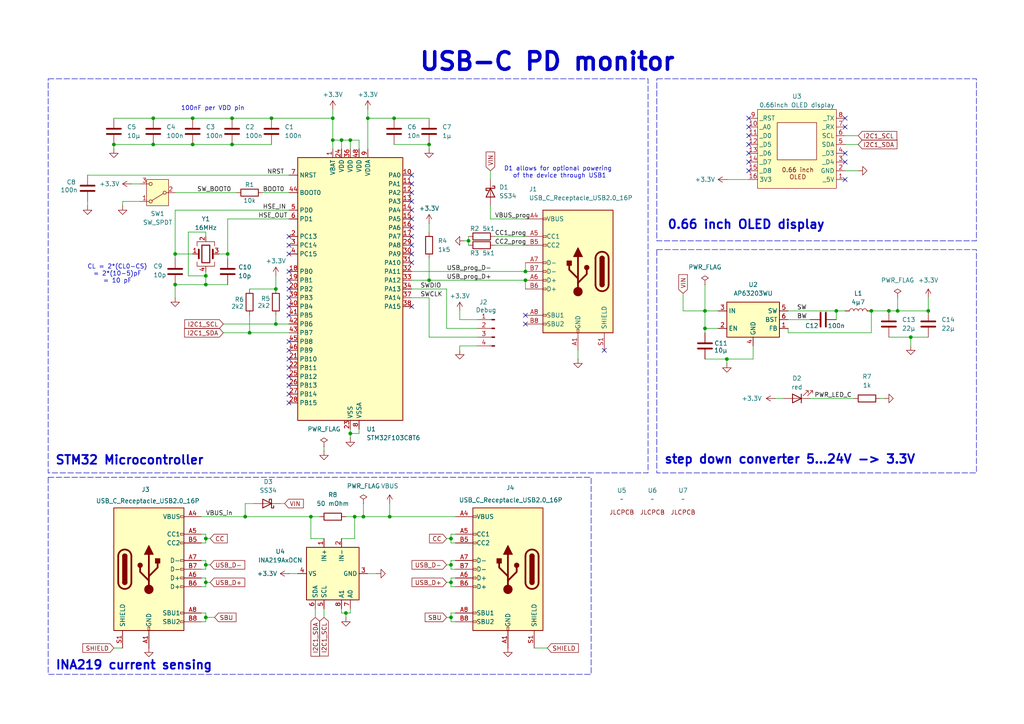
<source format=kicad_sch>
(kicad_sch (version 20250114) (generator "eeschema") (generator_version "9.0")
  (paper "A4")
  (title_block (title "USB-C PD monitor") (date "2025-08-02") (rev "0.1"))
  (lib_symbols
    (symbol "Connector:Conn_01x04_Pin" (pin_names (offset 1.016) (hide yes))
      (property "Reference" "J" (at 0 5.08 0))
      (property "Value" "Conn_01x04_Pin" (at 0 -7.62 0))
      (symbol "Conn_01x04_Pin_1_1"
        (pin passive line (at 5.08 2.54 180) (length 3.81) (name "Pin_1") (number "1"))
        (pin passive line (at 5.08 0 180) (length 3.81) (name "Pin_2") (number "2"))
        (pin passive line (at 5.08 -2.54 180) (length 3.81) (name "Pin_3") (number "3"))
        (pin passive line (at 5.08 -5.08 180) (length 3.81) (name "Pin_4") (number "4"))
      )
    )
    (symbol "Connector:USB_C_Receptacle_USB2.0_16P" (pin_names (offset 1.016))
      (property "Reference" "J" (at 0 22.225 0))
      (property "Value" "USB_C_Receptacle_USB2.0_16P" (at 0 19.685 0))
      (symbol "USB_C_Receptacle_USB2.0_16P_1_1"
        (pin passive line (at -7.62 -22.86 90) (length 5.08) (name "SHIELD") (number "S1"))
        (pin passive line (at 0 -22.86 90) (length 5.08) (name "GND") (number "A1"))
        (pin passive line (at 0 -22.86 90) (length 5.08) (hide yes) (name "GND") (number "A12"))
        (pin passive line (at 0 -22.86 90) (length 5.08) (hide yes) (name "GND") (number "B1"))
        (pin passive line (at 0 -22.86 90) (length 5.08) (hide yes) (name "GND") (number "B12"))
        (pin passive line (at 15.24 15.24 180) (length 5.08) (name "VBUS") (number "A4"))
        (pin passive line (at 15.24 15.24 180) (length 5.08) (hide yes) (name "VBUS") (number "A9"))
        (pin passive line (at 15.24 15.24 180) (length 5.08) (hide yes) (name "VBUS") (number "B4"))
        (pin passive line (at 15.24 15.24 180) (length 5.08) (hide yes) (name "VBUS") (number "B9"))
        (pin bidirectional line (at 15.24 10.16 180) (length 5.08) (name "CC1") (number "A5"))
        (pin bidirectional line (at 15.24 7.62 180) (length 5.08) (name "CC2") (number "B5"))
        (pin bidirectional line (at 15.24 2.54 180) (length 5.08) (name "D-") (number "A7"))
        (pin bidirectional line (at 15.24 0 180) (length 5.08) (name "D-") (number "B7"))
        (pin bidirectional line (at 15.24 -2.54 180) (length 5.08) (name "D+") (number "A6"))
        (pin bidirectional line (at 15.24 -5.08 180) (length 5.08) (name "D+") (number "B6"))
        (pin bidirectional line (at 15.24 -12.7 180) (length 5.08) (name "SBU1") (number "A8"))
        (pin bidirectional line (at 15.24 -15.24 180) (length 5.08) (name "SBU2") (number "B8"))
      )
    )
    (symbol "Device:C" (pin_numbers (hide yes)) (pin_names (offset 0.254))
      (property "Reference" "C" (at 0.635 2.54 0))
      (property "Value" "C" (at 0.635 -2.54 0))
      (symbol "C_1_1"
        (pin passive line (at 0 3.81 270) (length 2.794) (name "~") (number "1"))
        (pin passive line (at 0 -3.81 90) (length 2.794) (name "~") (number "2"))
      )
    )
    (symbol "Device:Crystal_GND24" (pin_names (offset 1.016) (hide yes))
      (property "Reference" "Y" (at 3.175 5.08 0))
      (property "Value" "Crystal_GND24" (at 3.175 3.175 0))
      (symbol "Crystal_GND24_1_1"
        (pin passive line (at -3.81 0 0) (length 1.27) (name "1") (number "1"))
        (pin passive line (at 0 5.08 270) (length 1.27) (name "2") (number "2"))
        (pin passive line (at 0 -5.08 90) (length 1.27) (name "4") (number "4"))
        (pin passive line (at 3.81 0 180) (length 1.27) (name "3") (number "3"))
      )
    )
    (symbol "Device:L" (pin_numbers (hide yes)) (pin_names (offset 1.016) (hide yes))
      (property "Reference" "L" (at -1.27 0 90))
      (property "Value" "L" (at 1.905 0 90))
      (symbol "L_1_1"
        (pin passive line (at 0 3.81 270) (length 1.27) (name "1") (number "1"))
        (pin passive line (at 0 -3.81 90) (length 1.27) (name "2") (number "2"))
      )
    )
    (symbol "Device:LED" (pin_numbers (hide yes)) (pin_names (offset 1.016) (hide yes))
      (property "Reference" "D" (at 0 2.54 0))
      (property "Value" "LED" (at 0 -2.54 0))
      (symbol "LED_1_1"
        (pin passive line (at -3.81 0 0) (length 2.54) (name "K") (number "1"))
        (pin passive line (at 3.81 0 180) (length 2.54) (name "A") (number "2"))
      )
    )
    (symbol "Device:R" (pin_numbers (hide yes)) (pin_names (offset 0))
      (property "Reference" "R" (at 2.032 0 90))
      (property "Value" "R" (at 0 0 90))
      (symbol "R_1_1"
        (pin passive line (at 0 3.81 270) (length 1.27) (name "~") (number "1"))
        (pin passive line (at 0 -3.81 90) (length 1.27) (name "~") (number "2"))
      )
    )
    (symbol "Diode:SS34" (pin_numbers (hide yes)) (pin_names (offset 1.016) (hide yes))
      (property "Reference" "D" (at 0 2.54 0))
      (property "Value" "SS34" (at 0 -2.54 0))
      (symbol "SS34_1_1"
        (pin passive line (at -3.81 0 0) (length 2.54) (name "K") (number "1"))
        (pin passive line (at 3.81 0 180) (length 2.54) (name "A") (number "2"))
      )
    )
    (symbol "MCU_ST_STM32F1:STM32F103C8Tx"
      (property "Reference" "U" (at -15.24 39.37 0))
      (property "Value" "STM32F103C8Tx" (at 7.62 39.37 0))
      (symbol "STM32F103C8Tx_1_1"
        (pin input line (at -17.78 33.02 0) (length 2.54) (name "NRST") (number "7"))
        (pin input line (at -17.78 27.94 0) (length 2.54) (name "BOOT0") (number "44"))
        (pin bidirectional line (at -17.78 22.86 0) (length 2.54) (name "PD0") (number "5"))
        (pin bidirectional line (at -17.78 20.32 0) (length 2.54) (name "PD1") (number "6"))
        (pin bidirectional line (at -17.78 15.24 0) (length 2.54) (name "PC13") (number "2"))
        (pin bidirectional line (at -17.78 12.7 0) (length 2.54) (name "PC14") (number "3"))
        (pin bidirectional line (at -17.78 10.16 0) (length 2.54) (name "PC15") (number "4"))
        (pin bidirectional line (at -17.78 5.08 0) (length 2.54) (name "PB0") (number "18"))
        (pin bidirectional line (at -17.78 2.54 0) (length 2.54) (name "PB1") (number "19"))
        (pin bidirectional line (at -17.78 0 0) (length 2.54) (name "PB2") (number "20"))
        (pin bidirectional line (at -17.78 -2.54 0) (length 2.54) (name "PB3") (number "39"))
        (pin bidirectional line (at -17.78 -5.08 0) (length 2.54) (name "PB4") (number "40"))
        (pin bidirectional line (at -17.78 -7.62 0) (length 2.54) (name "PB5") (number "41"))
        (pin bidirectional line (at -17.78 -10.16 0) (length 2.54) (name "PB6") (number "42"))
        (pin bidirectional line (at -17.78 -12.7 0) (length 2.54) (name "PB7") (number "43"))
        (pin bidirectional line (at -17.78 -15.24 0) (length 2.54) (name "PB8") (number "45"))
        (pin bidirectional line (at -17.78 -17.78 0) (length 2.54) (name "PB9") (number "46"))
        (pin bidirectional line (at -17.78 -20.32 0) (length 2.54) (name "PB10") (number "21"))
        (pin bidirectional line (at -17.78 -22.86 0) (length 2.54) (name "PB11") (number "22"))
        (pin bidirectional line (at -17.78 -25.4 0) (length 2.54) (name "PB12") (number "25"))
        (pin bidirectional line (at -17.78 -27.94 0) (length 2.54) (name "PB13") (number "26"))
        (pin bidirectional line (at -17.78 -30.48 0) (length 2.54) (name "PB14") (number "27"))
        (pin bidirectional line (at -17.78 -33.02 0) (length 2.54) (name "PB15") (number "28"))
        (pin power_in line (at -5.08 40.64 270) (length 2.54) (name "VBAT") (number "1"))
        (pin power_in line (at -2.54 40.64 270) (length 2.54) (name "VDD") (number "24"))
        (pin power_in line (at 0 40.64 270) (length 2.54) (name "VDD") (number "36"))
        (pin power_in line (at 0 -40.64 90) (length 2.54) (name "VSS") (number "23"))
        (pin passive line (at 0 -40.64 90) (length 2.54) (hide yes) (name "VSS") (number "35"))
        (pin passive line (at 0 -40.64 90) (length 2.54) (hide yes) (name "VSS") (number "47"))
        (pin power_in line (at 2.54 40.64 270) (length 2.54) (name "VDD") (number "48"))
        (pin power_in line (at 2.54 -40.64 90) (length 2.54) (name "VSSA") (number "8"))
        (pin power_in line (at 5.08 40.64 270) (length 2.54) (name "VDDA") (number "9"))
        (pin bidirectional line (at 17.78 33.02 180) (length 2.54) (name "PA0") (number "10"))
        (pin bidirectional line (at 17.78 30.48 180) (length 2.54) (name "PA1") (number "11"))
        (pin bidirectional line (at 17.78 27.94 180) (length 2.54) (name "PA2") (number "12"))
        (pin bidirectional line (at 17.78 25.4 180) (length 2.54) (name "PA3") (number "13"))
        (pin bidirectional line (at 17.78 22.86 180) (length 2.54) (name "PA4") (number "14"))
        (pin bidirectional line (at 17.78 20.32 180) (length 2.54) (name "PA5") (number "15"))
        (pin bidirectional line (at 17.78 17.78 180) (length 2.54) (name "PA6") (number "16"))
        (pin bidirectional line (at 17.78 15.24 180) (length 2.54) (name "PA7") (number "17"))
        (pin bidirectional line (at 17.78 12.7 180) (length 2.54) (name "PA8") (number "29"))
        (pin bidirectional line (at 17.78 10.16 180) (length 2.54) (name "PA9") (number "30"))
        (pin bidirectional line (at 17.78 7.62 180) (length 2.54) (name "PA10") (number "31"))
        (pin bidirectional line (at 17.78 5.08 180) (length 2.54) (name "PA11") (number "32"))
        (pin bidirectional line (at 17.78 2.54 180) (length 2.54) (name "PA12") (number "33"))
        (pin bidirectional line (at 17.78 0 180) (length 2.54) (name "PA13") (number "34"))
        (pin bidirectional line (at 17.78 -2.54 180) (length 2.54) (name "PA14") (number "37"))
        (pin bidirectional line (at 17.78 -5.08 180) (length 2.54) (name "PA15") (number "38"))
      )
    )
    (symbol "New_Library:JLCPCB"
      (property "Reference" "U304" (at 0 5.08 0))
      (property "Value" "~" (at 0 2.54 0))
      (symbol "JLCPCB_1_1"
        (text "JLCPCB" (at 0 0 0) (effects (font (size 1.27 1.27))))
      )
    )
    (symbol "New_Library:OLED_0_66"
      (property "Reference" "U" (at 0 13.97 0))
      (symbol "OLED_0_66_1_1"
        (text "0.66 inch\nOLED" (at 0.254 -7.112 0) (effects (font (size 1.27 1.27))))
        (pin input line (at -13.97 8.89 0) (length 2.54) (name "_RST") (number "9"))
        (pin input line (at -13.97 6.35 0) (length 2.54) (name "_A0") (number "10"))
        (pin input line (at -13.97 3.81 0) (length 2.54) (name "_D0") (number "11"))
        (pin input line (at -13.97 1.27 0) (length 2.54) (name "_D5") (number "12"))
        (pin input line (at -13.97 -1.27 0) (length 2.54) (name "_D6") (number "13"))
        (pin input line (at -13.97 -3.81 0) (length 2.54) (name "_D7") (number "14"))
        (pin input line (at -13.97 -6.35 0) (length 2.54) (name "_D8") (number "15"))
        (pin input line (at -13.97 -8.89 0) (length 2.54) (name "3V3") (number "16"))
        (pin input line (at 13.97 8.89 180) (length 2.54) (name "_TX") (number "8"))
        (pin input line (at 13.97 6.35 180) (length 2.54) (name "_RX") (number "7"))
        (pin input line (at 13.97 3.81 180) (length 2.54) (name "SCL") (number "6"))
        (pin input line (at 13.97 1.27 180) (length 2.54) (name "SDA") (number "5"))
        (pin input line (at 13.97 -1.27 180) (length 2.54) (name "_D3") (number "4"))
        (pin input line (at 13.97 -3.81 180) (length 2.54) (name "_D4") (number "3"))
        (pin input line (at 13.97 -6.35 180) (length 2.54) (name "GND") (number "2"))
        (pin input line (at 13.97 -8.89 180) (length 2.54) (name "_5V") (number "1"))
      )
    )
    (symbol "Regulator_Switching:AP63203WU"
      (property "Reference" "U" (at -7.62 6.35 0))
      (property "Value" "AP63203WU" (at 2.54 6.35 0))
      (symbol "AP63203WU_1_1"
        (pin power_in line (at -10.16 2.54 0) (length 2.54) (name "IN") (number "3"))
        (pin input line (at -10.16 -2.54 0) (length 2.54) (name "EN") (number "2"))
        (pin power_in line (at 0 -7.62 90) (length 2.54) (name "GND") (number "4"))
        (pin output line (at 10.16 2.54 180) (length 2.54) (name "SW") (number "5"))
        (pin passive line (at 10.16 0 180) (length 2.54) (name "BST") (number "6"))
        (pin input line (at 10.16 -2.54 180) (length 2.54) (name "FB") (number "1"))
      )
    )
    (symbol "Sensor_Energy:INA219AxDCN"
      (property "Reference" "U" (at -6.35 8.89 0))
      (property "Value" "INA219AxDCN" (at 6.35 8.89 0))
      (symbol "INA219AxDCN_1_1"
        (pin input line (at -10.16 2.54 0) (length 2.54) (name "IN+") (number "1"))
        (pin input line (at -10.16 -2.54 0) (length 2.54) (name "IN-") (number "2"))
        (pin power_in line (at 0 10.16 270) (length 2.54) (name "VS") (number "4"))
        (pin power_in line (at 0 -10.16 90) (length 2.54) (name "GND") (number "3"))
        (pin bidirectional line (at 10.16 5.08 180) (length 2.54) (name "SDA") (number "6"))
        (pin input line (at 10.16 2.54 180) (length 2.54) (name "SCL") (number "5"))
        (pin input line (at 10.16 -2.54 180) (length 2.54) (name "A1") (number "8"))
        (pin input line (at 10.16 -5.08 180) (length 2.54) (name "A0") (number "7"))
      )
    )
    (symbol "Switch:SW_SPDT" (pin_names (offset 0) (hide yes))
      (property "Reference" "SW" (at 0 5.08 0))
      (property "Value" "SW_SPDT" (at 0 -5.08 0))
      (symbol "SW_SPDT_1_1"
        (pin passive line (at -5.08 0 0) (length 2.54) (name "B") (number "2"))
        (pin passive line (at 5.08 2.54 180) (length 2.54) (name "A") (number "1"))
        (pin passive line (at 5.08 -2.54 180) (length 2.54) (name "C") (number "3"))
      )
    )
    (symbol "power:+3.3V" (power) (pin_numbers (hide yes)) (pin_names (offset 0) (hide yes))
      (property "Value" "+3.3V" (at 0 3.556 0))
      (symbol "+3.3V_1_1"
        (pin power_in line (at 0 0 90) (length 0) (name "~") (number "1"))
      )
    )
    (symbol "power:GND" (power) (pin_numbers (hide yes)) (pin_names (offset 0) (hide yes))
      (property "Value" "GND" (at 0 -3.81 0))
      (symbol "GND_1_1"
        (pin power_in line (at 0 0 270) (length 0) (name "~") (number "1"))
      )
    )
    (symbol "power:PWR_FLAG" (power) (pin_numbers (hide yes)) (pin_names (offset 0) (hide yes))
      (property "Value" "PWR_FLAG" (at 0 3.81 0))
      (symbol "PWR_FLAG_0_0"
        (pin power_out line (at 0 0 90) (length 0) (name "~") (number "1"))
      )
    )
    (symbol "power:VBUS" (power) (pin_numbers (hide yes)) (pin_names (offset 0) (hide yes))
      (property "Value" "VBUS" (at 0 3.556 0))
      (symbol "VBUS_1_1"
        (pin power_in line (at 0 0 90) (length 0) (name "~") (number "1"))
      )
    )
  )
  (rectangle (start 13.97 22.86) (end 187.96 137.16) (stroke (width 0) (type dash)))
  (rectangle (start 13.97 138.43) (end 171.45 195.58) (stroke (width 0) (type dash)))
  (rectangle (start 190.5 72.39) (end 283.21 137.16) (stroke (width 0) (type dash)))
  (rectangle (start 190.5 22.86) (end 283.21 69.85) (stroke (width 0) (type dash)))
  (text "STM32 Microcontroller" (at 37.592 133.604 0) (effects (font (size 2.54 2.54) (thickness 0.508) (bold yes))))
  (text "USB-C PD monitor" (at 158.75 18.034 0) (effects (font (size 5.08 5.08) (thickness 1.016) (bold yes))))
  (text "D1 allows for optional powering \nof the device through USB1" (at 162.306 50.038 0) (effects (font (size 1.27 1.27))))
  (text "step down converter 5...24V -> 3.3V" (at 229.108 133.35 0) (effects (font (size 2.54 2.54) (thickness 0.508) (bold yes))))
  (text "CL = 2*(CL0-CS)\n= 2*(10-5)pF\n= 10 pF" (at 34.036 79.502 0) (effects (font (size 1.27 1.27))))
  (text "INA219 current sensing" (at 38.862 193.04 0) (effects (font (size 2.54 2.54) (thickness 0.508) (bold yes))))
  (text "0.66 inch OLED display" (at 216.408 65.278 0) (effects (font (size 2.54 2.54) (thickness 0.508) (bold yes))))
  (text "100nF per VDD pin" (at 61.722 31.496 0) (effects (font (size 1.27 1.27))))
  (junction (at 252.73 90.17))
  (junction (at 80.01 83.82))
  (junction (at 66.04 73.66))
  (junction (at 59.69 168.91))
  (junction (at 59.69 80.01))
  (junction (at 264.16 97.79))
  (junction (at 113.03 149.86))
  (junction (at 135.89 69.85))
  (junction (at 102.87 149.86))
  (junction (at 114.3 34.29))
  (junction (at 96.52 40.64))
  (junction (at 59.69 179.07))
  (junction (at 55.88 41.91))
  (junction (at 210.82 104.14))
  (junction (at 59.69 156.21))
  (junction (at 96.52 34.29))
  (junction (at 242.57 90.17))
  (junction (at 124.46 41.91))
  (junction (at 50.8 82.55))
  (junction (at 204.47 95.25))
  (junction (at 50.8 73.66))
  (junction (at 71.12 149.86))
  (junction (at 260.35 90.17))
  (junction (at 78.74 34.29))
  (junction (at 130.81 179.07))
  (junction (at 257.81 90.17))
  (junction (at 80.01 93.98))
  (junction (at 44.45 34.29))
  (junction (at 67.31 41.91))
  (junction (at 130.81 168.91))
  (junction (at 124.46 81.28))
  (junction (at 33.02 41.91))
  (junction (at 99.06 40.64))
  (junction (at 269.24 90.17))
  (junction (at 130.81 156.21))
  (junction (at 67.31 34.29))
  (junction (at 152.4 81.28))
  (junction (at 152.4 78.74))
  (junction (at 101.6 125.73))
  (junction (at 44.45 41.91))
  (junction (at 55.88 34.29))
  (junction (at 100.33 177.8))
  (junction (at 101.6 40.64))
  (junction (at 106.68 34.29))
  (junction (at 72.39 96.52))
  (junction (at 204.47 90.17))
  (junction (at 59.69 163.83))
  (junction (at 59.69 82.55))
  (junction (at 105.41 149.86))
  (junction (at 130.81 163.83))
  (junction (at 90.17 149.86))
  (no_connect (at 119.38 53.34))
  (no_connect (at 83.82 91.44))
  (no_connect (at 217.17 34.29))
  (no_connect (at 119.38 76.2))
  (no_connect (at 83.82 86.36))
  (no_connect (at 119.38 60.96))
  (no_connect (at 245.11 36.83))
  (no_connect (at 83.82 68.58))
  (no_connect (at 119.38 88.9))
  (no_connect (at 83.82 116.84))
  (no_connect (at 245.11 44.45))
  (no_connect (at 119.38 58.42))
  (no_connect (at 217.17 36.83))
  (no_connect (at 83.82 114.3))
  (no_connect (at 83.82 71.12))
  (no_connect (at 83.82 78.74))
  (no_connect (at 119.38 68.58))
  (no_connect (at 217.17 46.99))
  (no_connect (at 119.38 50.8))
  (no_connect (at 217.17 49.53))
  (no_connect (at 83.82 99.06))
  (no_connect (at 217.17 44.45))
  (no_connect (at 83.82 101.6))
  (no_connect (at 175.26 101.6))
  (no_connect (at 83.82 81.28))
  (no_connect (at 152.4 91.44))
  (no_connect (at 83.82 88.9))
  (no_connect (at 83.82 83.82))
  (no_connect (at 245.11 34.29))
  (no_connect (at 119.38 63.5))
  (no_connect (at 83.82 106.68))
  (no_connect (at 217.17 41.91))
  (no_connect (at 245.11 52.07))
  (no_connect (at 83.82 73.66))
  (no_connect (at 245.11 46.99))
  (no_connect (at 152.4 93.98))
  (no_connect (at 83.82 111.76))
  (no_connect (at 119.38 66.04))
  (no_connect (at 83.82 109.22))
  (no_connect (at 83.82 104.14))
  (no_connect (at 119.38 71.12))
  (no_connect (at 119.38 73.66))
  (no_connect (at 119.38 55.88))
  (no_connect (at 217.17 39.37))
  (wire (pts (xy 99.06 177.8) (xy 100.33 177.8)))
  (wire (pts (xy 101.6 125.73) (xy 101.6 127)))
  (wire (pts (xy 93.98 176.53) (xy 93.98 179.07)))
  (wire (pts (xy 59.69 170.18) (xy 58.42 170.18)))
  (wire (pts (xy 257.81 97.79) (xy 264.16 97.79)))
  (wire (pts (xy 99.06 40.64) (xy 101.6 40.64)))
  (wire (pts (xy 124.46 81.28) (xy 152.4 81.28)))
  (wire (pts (xy 64.77 93.98) (xy 80.01 93.98)))
  (wire (pts (xy 99.06 176.53) (xy 99.06 177.8)))
  (wire (pts (xy 104.14 40.64) (xy 104.14 43.18)))
  (wire (pts (xy 58.42 167.64) (xy 59.69 167.64)))
  (wire (pts (xy 93.98 156.21) (xy 90.17 156.21)))
  (wire (pts (xy 113.03 149.86) (xy 132.08 149.86)))
  (wire (pts (xy 96.52 40.64) (xy 99.06 40.64)))
  (wire (pts (xy 114.3 41.91) (xy 124.46 41.91)))
  (wire (pts (xy 59.69 165.1) (xy 58.42 165.1)))
  (wire (pts (xy 198.12 85.09) (xy 198.12 90.17)))
  (wire (pts (xy 101.6 40.64) (xy 101.6 43.18)))
  (wire (pts (xy 198.12 90.17) (xy 204.47 90.17)))
  (wire (pts (xy 119.38 81.28) (xy 124.46 81.28)))
  (wire (pts (xy 242.57 90.17) (xy 245.11 90.17)))
  (wire (pts (xy 124.46 74.93) (xy 124.46 81.28)))
  (wire (pts (xy 133.35 90.17) (xy 133.35 92.71)))
  (wire (pts (xy 210.82 52.07) (xy 217.17 52.07)))
  (wire (pts (xy 80.01 93.98) (xy 83.82 93.98)))
  (wire (pts (xy 67.31 34.29) (xy 78.74 34.29)))
  (wire (pts (xy 130.81 177.8) (xy 130.81 179.07)))
  (wire (pts (xy 133.35 100.33) (xy 133.35 101.6)))
  (wire (pts (xy 130.81 179.07) (xy 130.81 180.34)))
  (wire (pts (xy 142.24 49.53) (xy 142.24 52.07)))
  (wire (pts (xy 242.57 90.17) (xy 228.6 90.17)))
  (wire (pts (xy 114.3 34.29) (xy 106.68 34.29)))
  (wire (pts (xy 50.8 60.96) (xy 83.82 60.96)))
  (wire (pts (xy 35.56 58.42) (xy 35.56 59.69)))
  (wire (pts (xy 130.81 154.94) (xy 130.81 156.21)))
  (wire (pts (xy 50.8 82.55) (xy 59.69 82.55)))
  (wire (pts (xy 105.41 149.86) (xy 113.03 149.86)))
  (wire (pts (xy 104.14 125.73) (xy 104.14 124.46)))
  (wire (pts (xy 210.82 104.14) (xy 218.44 104.14)))
  (wire (pts (xy 66.04 63.5) (xy 83.82 63.5)))
  (wire (pts (xy 66.04 73.66) (xy 66.04 74.93)))
  (wire (pts (xy 72.39 91.44) (xy 72.39 96.52)))
  (wire (pts (xy 133.35 100.33) (xy 138.43 100.33)))
  (wire (pts (xy 152.4 76.2) (xy 152.4 78.74)))
  (wire (pts (xy 142.24 63.5) (xy 142.24 59.69)))
  (wire (pts (xy 100.33 177.8) (xy 100.33 179.07)))
  (wire (pts (xy 33.02 187.96) (xy 35.56 187.96)))
  (wire (pts (xy 204.47 104.14) (xy 210.82 104.14)))
  (wire (pts (xy 132.08 154.94) (xy 130.81 154.94)))
  (wire (pts (xy 38.1 53.34) (xy 40.64 53.34)))
  (wire (pts (xy 255.27 115.57) (xy 256.54 115.57)))
  (wire (pts (xy 129.54 168.91) (xy 130.81 168.91)))
  (wire (pts (xy 228.6 92.71) (xy 234.95 92.71)))
  (wire (pts (xy 130.81 168.91) (xy 130.81 170.18)))
  (wire (pts (xy 58.42 177.8) (xy 59.69 177.8)))
  (wire (pts (xy 129.54 163.83) (xy 130.81 163.83)))
  (wire (pts (xy 204.47 82.55) (xy 204.47 90.17)))
  (wire (pts (xy 59.69 162.56) (xy 59.69 163.83)))
  (wire (pts (xy 204.47 95.25) (xy 204.47 90.17)))
  (wire (pts (xy 260.35 86.36) (xy 260.35 90.17)))
  (wire (pts (xy 269.24 86.36) (xy 269.24 90.17)))
  (wire (pts (xy 80.01 91.44) (xy 80.01 93.98)))
  (wire (pts (xy 50.8 82.55) (xy 50.8 86.36)))
  (wire (pts (xy 130.81 163.83) (xy 130.81 165.1)))
  (wire (pts (xy 59.69 163.83) (xy 59.69 165.1)))
  (wire (pts (xy 143.51 68.58) (xy 152.4 68.58)))
  (wire (pts (xy 167.64 101.6) (xy 167.64 104.14)))
  (wire (pts (xy 55.88 41.91) (xy 67.31 41.91)))
  (wire (pts (xy 130.81 167.64) (xy 130.81 168.91)))
  (wire (pts (xy 101.6 124.46) (xy 101.6 125.73)))
  (wire (pts (xy 102.87 149.86) (xy 102.87 156.21)))
  (wire (pts (xy 66.04 73.66) (xy 66.04 63.5)))
  (wire (pts (xy 260.35 90.17) (xy 269.24 90.17)))
  (wire (pts (xy 54.61 67.31) (xy 54.61 80.01)))
  (wire (pts (xy 114.3 34.29) (xy 124.46 34.29)))
  (wire (pts (xy 135.89 68.58) (xy 135.89 69.85)))
  (wire (pts (xy 264.16 97.79) (xy 264.16 100.33)))
  (wire (pts (xy 234.95 115.57) (xy 247.65 115.57)))
  (wire (pts (xy 73.66 146.05) (xy 71.12 146.05)))
  (wire (pts (xy 204.47 95.25) (xy 208.28 95.25)))
  (wire (pts (xy 93.98 129.54) (xy 93.98 130.81)))
  (wire (pts (xy 129.54 83.82) (xy 129.54 95.25)))
  (wire (pts (xy 119.38 86.36) (xy 124.46 86.36)))
  (wire (pts (xy 252.73 96.52) (xy 228.6 96.52)))
  (wire (pts (xy 218.44 104.14) (xy 218.44 100.33)))
  (wire (pts (xy 78.74 34.29) (xy 96.52 34.29)))
  (wire (pts (xy 130.81 156.21) (xy 130.81 157.48)))
  (wire (pts (xy 63.5 73.66) (xy 66.04 73.66)))
  (wire (pts (xy 224.79 115.57) (xy 227.33 115.57)))
  (wire (pts (xy 228.6 96.52) (xy 228.6 95.25)))
  (wire (pts (xy 58.42 157.48) (xy 59.69 157.48)))
  (wire (pts (xy 245.11 41.91) (xy 248.92 41.91)))
  (wire (pts (xy 135.89 69.85) (xy 135.89 71.12)))
  (wire (pts (xy 58.42 154.94) (xy 59.69 154.94)))
  (wire (pts (xy 71.12 146.05) (xy 71.12 149.86)))
  (wire (pts (xy 99.06 156.21) (xy 102.87 156.21)))
  (wire (pts (xy 130.81 170.18) (xy 132.08 170.18)))
  (wire (pts (xy 59.69 168.91) (xy 60.96 168.91)))
  (wire (pts (xy 59.69 179.07) (xy 62.23 179.07)))
  (wire (pts (xy 83.82 166.37) (xy 86.36 166.37)))
  (wire (pts (xy 134.62 69.85) (xy 135.89 69.85)))
  (wire (pts (xy 100.33 177.8) (xy 101.6 177.8)))
  (wire (pts (xy 58.42 180.34) (xy 59.69 180.34)))
  (wire (pts (xy 264.16 97.79) (xy 269.24 97.79)))
  (wire (pts (xy 59.69 80.01) (xy 59.69 78.74)))
  (wire (pts (xy 50.8 60.96) (xy 50.8 73.66)))
  (wire (pts (xy 50.8 73.66) (xy 50.8 74.93)))
  (wire (pts (xy 106.68 166.37) (xy 109.22 166.37)))
  (wire (pts (xy 59.69 177.8) (xy 59.69 179.07)))
  (wire (pts (xy 129.54 156.21) (xy 130.81 156.21)))
  (wire (pts (xy 25.4 50.8) (xy 83.82 50.8)))
  (wire (pts (xy 245.11 49.53) (xy 248.92 49.53)))
  (wire (pts (xy 71.12 149.86) (xy 90.17 149.86)))
  (wire (pts (xy 101.6 176.53) (xy 101.6 177.8)))
  (wire (pts (xy 54.61 80.01) (xy 59.69 80.01)))
  (wire (pts (xy 76.2 55.88) (xy 83.82 55.88)))
  (wire (pts (xy 113.03 146.05) (xy 113.03 149.86)))
  (wire (pts (xy 132.08 177.8) (xy 130.81 177.8)))
  (wire (pts (xy 129.54 179.07) (xy 130.81 179.07)))
  (wire (pts (xy 124.46 97.79) (xy 138.43 97.79)))
  (wire (pts (xy 50.8 55.88) (xy 68.58 55.88)))
  (wire (pts (xy 44.45 41.91) (xy 55.88 41.91)))
  (wire (pts (xy 81.28 146.05) (xy 82.55 146.05)))
  (wire (pts (xy 142.24 63.5) (xy 152.4 63.5)))
  (wire (pts (xy 257.81 90.17) (xy 260.35 90.17)))
  (wire (pts (xy 124.46 86.36) (xy 124.46 97.79)))
  (wire (pts (xy 96.52 31.75) (xy 96.52 34.29)))
  (wire (pts (xy 99.06 40.64) (xy 99.06 43.18)))
  (wire (pts (xy 55.88 34.29) (xy 67.31 34.29)))
  (wire (pts (xy 58.42 162.56) (xy 59.69 162.56)))
  (wire (pts (xy 245.11 39.37) (xy 248.92 39.37)))
  (wire (pts (xy 100.33 149.86) (xy 102.87 149.86)))
  (wire (pts (xy 72.39 83.82) (xy 80.01 83.82)))
  (wire (pts (xy 130.81 162.56) (xy 130.81 163.83)))
  (wire (pts (xy 50.8 73.66) (xy 55.88 73.66)))
  (wire (pts (xy 130.81 157.48) (xy 132.08 157.48)))
  (wire (pts (xy 90.17 149.86) (xy 90.17 156.21)))
  (wire (pts (xy 90.17 149.86) (xy 92.71 149.86)))
  (wire (pts (xy 91.44 176.53) (xy 91.44 179.07)))
  (wire (pts (xy 59.69 80.01) (xy 59.69 82.55)))
  (wire (pts (xy 59.69 154.94) (xy 59.69 156.21)))
  (wire (pts (xy 33.02 41.91) (xy 33.02 43.18)))
  (wire (pts (xy 96.52 34.29) (xy 96.52 40.64)))
  (wire (pts (xy 59.69 156.21) (xy 59.69 157.48)))
  (wire (pts (xy 33.02 41.91) (xy 44.45 41.91)))
  (wire (pts (xy 119.38 78.74) (xy 152.4 78.74)))
  (wire (pts (xy 59.69 156.21) (xy 60.96 156.21)))
  (wire (pts (xy 59.69 67.31) (xy 54.61 67.31)))
  (wire (pts (xy 59.69 167.64) (xy 59.69 168.91)))
  (wire (pts (xy 64.77 96.52) (xy 72.39 96.52)))
  (wire (pts (xy 105.41 146.05) (xy 105.41 149.86)))
  (wire (pts (xy 130.81 165.1) (xy 132.08 165.1)))
  (wire (pts (xy 25.4 58.42) (xy 25.4 59.69)))
  (wire (pts (xy 58.42 149.86) (xy 71.12 149.86)))
  (wire (pts (xy 132.08 162.56) (xy 130.81 162.56)))
  (wire (pts (xy 101.6 40.64) (xy 104.14 40.64)))
  (wire (pts (xy 154.94 187.96) (xy 158.75 187.96)))
  (wire (pts (xy 133.35 92.71) (xy 138.43 92.71)))
  (wire (pts (xy 252.73 90.17) (xy 257.81 90.17)))
  (wire (pts (xy 72.39 96.52) (xy 83.82 96.52)))
  (wire (pts (xy 210.82 104.14) (xy 210.82 105.41)))
  (wire (pts (xy 67.31 41.91) (xy 78.74 41.91)))
  (wire (pts (xy 35.56 58.42) (xy 40.64 58.42)))
  (wire (pts (xy 119.38 83.82) (xy 129.54 83.82)))
  (wire (pts (xy 59.69 82.55) (xy 66.04 82.55)))
  (wire (pts (xy 204.47 95.25) (xy 204.47 96.52)))
  (wire (pts (xy 132.08 167.64) (xy 130.81 167.64)))
  (wire (pts (xy 252.73 90.17) (xy 252.73 96.52)))
  (wire (pts (xy 130.81 180.34) (xy 132.08 180.34)))
  (wire (pts (xy 242.57 92.71) (xy 242.57 90.17)))
  (wire (pts (xy 80.01 80.01) (xy 80.01 83.82)))
  (wire (pts (xy 96.52 40.64) (xy 96.52 43.18)))
  (wire (pts (xy 59.69 163.83) (xy 60.96 163.83)))
  (wire (pts (xy 59.69 179.07) (xy 59.69 180.34)))
  (wire (pts (xy 124.46 64.77) (xy 124.46 67.31)))
  (wire (pts (xy 59.69 168.91) (xy 59.69 170.18)))
  (wire (pts (xy 59.69 68.58) (xy 59.69 67.31)))
  (wire (pts (xy 106.68 34.29) (xy 106.68 43.18)))
  (wire (pts (xy 143.51 71.12) (xy 152.4 71.12)))
  (wire (pts (xy 102.87 149.86) (xy 105.41 149.86)))
  (wire (pts (xy 152.4 81.28) (xy 152.4 83.82)))
  (wire (pts (xy 204.47 90.17) (xy 208.28 90.17)))
  (wire (pts (xy 129.54 95.25) (xy 138.43 95.25)))
  (wire (pts (xy 124.46 41.91) (xy 124.46 43.18)))
  (wire (pts (xy 101.6 125.73) (xy 104.14 125.73)))
  (wire (pts (xy 106.68 31.75) (xy 106.68 34.29)))
  (wire (pts (xy 44.45 34.29) (xy 55.88 34.29)))
  (wire (pts (xy 33.02 34.29) (xy 44.45 34.29)))
  (label "SW_BOOT0" (at 57.15 55.88 0))
  (label "VBUS_prog" (at 143.51 63.5 0))
  (label "SWCLK" (at 121.92 86.36 0))
  (label "BW" (at 231.14 92.71 0) (effects (font (thickness 0.1588))))
  (label "SW" (at 231.14 90.17 0) (effects (font (thickness 0.1588))))
  (label "VBUS_in" (at 59.69 149.86 0))
  (label "HSE_OUT" (at 74.93 63.5 0))
  (label "CC1_prog" (at 143.51 68.58 0))
  (label "USB_prog_D+" (at 129.54 81.28 0))
  (label "CC2_prog" (at 143.51 71.12 0))
  (label "SWDIO" (at 121.92 83.82 0))
  (label "USB_prog_D-" (at 129.54 78.74 0))
  (label "HSE_IN" (at 76.2 60.96 0))
  (label "PWR_LED_C" (at 236.22 115.57 0) (effects (font (thickness 0.1588))))
  (label "BOOT0" (at 76.2 55.88 0))
  (label "NRST" (at 77.47 50.8 0))
  (global_label "USB_D-" (shape input) (at 129.54 163.83 180) (property "Intersheetrefs" "${INTERSHEET_REFS}" (effects (hide yes))))
  (global_label "I2C1_SCL" (shape input) (at 64.77 93.98 180) (property "Intersheetrefs" "${INTERSHEET_REFS}" (effects (hide yes))))
  (global_label "VIN" (shape input) (at 82.55 146.05 0) (property "Intersheetrefs" "${INTERSHEET_REFS}" (effects (hide yes))))
  (global_label "CC" (shape input) (at 129.54 156.21 180) (property "Intersheetrefs" "${INTERSHEET_REFS}" (effects (hide yes))))
  (global_label "USB_D+" (shape input) (at 60.96 168.91 0) (property "Intersheetrefs" "${INTERSHEET_REFS}" (effects (hide yes))))
  (global_label "SBU" (shape input) (at 129.54 179.07 180) (property "Intersheetrefs" "${INTERSHEET_REFS}" (effects (hide yes))))
  (global_label "I2C1_SDA" (shape input) (at 91.44 179.07 270) (property "Intersheetrefs" "${INTERSHEET_REFS}" (effects (hide yes))))
  (global_label "VIN" (shape input) (at 198.12 85.09 90) (property "Intersheetrefs" "${INTERSHEET_REFS}" (effects (hide yes))))
  (global_label "I2C1_SDA" (shape input) (at 64.77 96.52 180) (property "Intersheetrefs" "${INTERSHEET_REFS}" (effects (hide yes))))
  (global_label "I2C1_SCL" (shape input) (at 93.98 179.07 270) (property "Intersheetrefs" "${INTERSHEET_REFS}" (effects (hide yes))))
  (global_label "SHIELD" (shape input) (at 33.02 187.96 180) (property "Intersheetrefs" "${INTERSHEET_REFS}" (effects (hide yes))))
  (global_label "SHIELD" (shape input) (at 158.75 187.96 0) (property "Intersheetrefs" "${INTERSHEET_REFS}" (effects (hide yes))))
  (global_label "CC" (shape input) (at 60.96 156.21 0) (property "Intersheetrefs" "${INTERSHEET_REFS}" (effects (hide yes))))
  (global_label "USB_D-" (shape input) (at 60.96 163.83 0) (property "Intersheetrefs" "${INTERSHEET_REFS}" (effects (hide yes))))
  (global_label "SBU" (shape input) (at 62.23 179.07 0) (property "Intersheetrefs" "${INTERSHEET_REFS}" (effects (hide yes))))
  (global_label "USB_D+" (shape input) (at 129.54 168.91 180) (property "Intersheetrefs" "${INTERSHEET_REFS}" (effects (hide yes))))
  (global_label "I2C1_SCL" (shape input) (at 248.92 39.37 0) (property "Intersheetrefs" "${INTERSHEET_REFS}" (effects (hide yes))))
  (global_label "I2C1_SDA" (shape input) (at 248.92 41.91 0) (property "Intersheetrefs" "${INTERSHEET_REFS}" (effects (hide yes))))
  (global_label "VIN" (shape input) (at 142.24 49.53 90) (property "Intersheetrefs" "${INTERSHEET_REFS}" (effects (hide yes))))
  (symbol (lib_id "Device:C") (at 114.3 38.1 0) (unit 1)
    (property "Reference" "C6" (at 118.11 36.8299 0) (effects (justify left)))
    (property "Value" "10n" (at 118.11 39.3699 0) (effects (justify left)))
    (property "Footprint" "Capacitor_SMD:C_0402_1005Metric" (effects (hide yes)))
    (property "Description" "Unpolarized capacitor" (effects (hide yes)))
    (property "LCSC" "C15195" (effects (hide yes)))
  )
  (symbol (lib_id "Switch:SW_SPDT") (at 45.72 55.88 180) (unit 1)
    (property "Reference" "SW1" (at 45.72 61.976 0))
    (property "Value" "SW_SPDT" (at 45.72 64.516 0))
    (property "Footprint" "Button_Switch_SMD:SW_SPDT_PCM12" (effects (hide yes)))
    (property "Description" "Switch, single pole double throw" (effects (hide yes)))
    (property "LCSC" "C109335" (effects (hide yes)))
  )
  (symbol (lib_id "Device:R") (at 80.01 87.63 0) (unit 1)
    (property "Reference" "R5" (at 75.692 86.614 0) (effects (justify left)))
    (property "Value" "2k2" (at 74.676 88.646 0) (effects (justify left)))
    (property "Footprint" "Resistor_SMD:R_0402_1005Metric" (effects (hide yes)))
    (property "Description" "Resistor" (effects (hide yes)))
    (property "LCSC" "C25879" (effects (hide yes)))
  )
  (symbol (lib_id "Device:C") (at 204.47 100.33 0) (mirror y) (unit 1)
    (property "Reference" "C11" (at 211.074 99.568 0) (effects (justify left)))
    (property "Value" "10µ" (at 211.074 101.6 0) (effects (justify left)))
    (property "Footprint" "Capacitor_SMD:C_0805_2012Metric" (effects (hide yes)))
    (property "Description" "Unpolarized capacitor" (effects (hide yes)))
    (property "LCSC" "C440198" (effects (hide yes)))
  )
  (symbol (lib_id "power:VBUS") (at 113.03 146.05 0) (unit 1)
    (property "Reference" "#PWR027" (effects (hide yes)))
    (property "Value" "VBUS" (at 113.03 140.97 0))
    (property "Description" "Power symbol creates a global label with name \"VBUS\"" (effects (hide yes)))
  )
  (symbol (lib_id "Device:C") (at 78.74 38.1 0) (unit 1)
    (property "Reference" "C1" (at 82.55 36.8299 0) (effects (justify left)))
    (property "Value" "100n" (at 82.55 39.3699 0) (effects (justify left)))
    (property "Footprint" "Capacitor_SMD:C_0402_1005Metric" (effects (hide yes)))
    (property "Description" "Unpolarized capacitor" (effects (hide yes)))
    (property "LCSC" "C1525" (effects (hide yes)))
  )
  (symbol (lib_id "Diode:SS34") (at 77.47 146.05 180) (unit 1)
    (property "Reference" "D3" (at 77.7875 139.7 0))
    (property "Value" "SS34" (at 77.7875 142.24 0))
    (property "Footprint" "my_footprints:DIOM7959X265N" (effects (hide yes)))
    (property "Datasheet" "https://www.vishay.com/docs/88751/ss32.pdf" (effects (hide yes)))
    (property "Description" "40V 3A Schottky Diode, SMA" (effects (hide yes)))
    (property "LCSC" "C8678" (effects (hide yes)))
  )
  (symbol (lib_id "power:GND") (at 248.92 49.53 90) (unit 1)
    (property "Reference" "#PWR024" (effects (hide yes)))
    (property "Value" "GND" (effects (hide yes)))
    (property "Description" "Power symbol creates a global label with name \"GND\" , ground" (effects (hide yes)))
  )
  (symbol (lib_id "Device:C") (at 67.31 38.1 0) (unit 1)
    (property "Reference" "C2" (at 71.12 36.8299 0) (effects (justify left)))
    (property "Value" "100n" (at 71.12 39.3699 0) (effects (justify left)))
    (property "Footprint" "Capacitor_SMD:C_0402_1005Metric" (effects (hide yes)))
    (property "Description" "Unpolarized capacitor" (effects (hide yes)))
    (property "LCSC" "C1525" (effects (hide yes)))
  )
  (symbol (lib_id "power:GND") (at 33.02 43.18 0) (unit 1)
    (property "Reference" "#PWR07" (effects (hide yes)))
    (property "Value" "GND" (effects (hide yes)))
    (property "Description" "Power symbol creates a global label with name \"GND\" , ground" (effects (hide yes)))
  )
  (symbol (lib_id "power:GND") (at 109.22 166.37 90) (unit 1)
    (property "Reference" "#PWR028" (effects (hide yes)))
    (property "Value" "GND" (effects (hide yes)))
    (property "Description" "Power symbol creates a global label with name \"GND\" , ground" (effects (hide yes)))
  )
  (symbol (lib_id "power:+3.3V") (at 96.52 31.75 0) (unit 1)
    (property "Reference" "#PWR02" (effects (hide yes)))
    (property "Value" "+3.3V" (at 96.52 27.432 0))
    (property "Description" "Power symbol creates a global label with name \"+3.3V\"" (effects (hide yes)))
  )
  (symbol (lib_id "power:GND") (at 210.82 105.41 0) (unit 1)
    (property "Reference" "#PWR014" (effects (hide yes)))
    (property "Value" "GND" (effects (hide yes)))
    (property "Description" "Power symbol creates a global label with name \"GND\" , ground" (effects (hide yes)))
  )
  (symbol (lib_id "power:PWR_FLAG") (at 260.35 86.36 0) (unit 1)
    (property "Reference" "#FLG01" (effects (hide yes)))
    (property "Value" "PWR_FLAG" (at 260.35 81.28 0))
    (property "Description" "Special symbol for telling ERC where power comes from" (effects (hide yes)))
  )
  (symbol (lib_id "Device:R") (at 251.46 115.57 90) (unit 1)
    (property "Reference" "R7" (at 251.46 109.22 90))
    (property "Value" "1k" (at 251.46 111.76 90))
    (property "Footprint" "Resistor_SMD:R_0402_1005Metric" (effects (hide yes)))
    (property "Description" "Resistor" (effects (hide yes)))
    (property "LCSC" "C11702" (effects (hide yes)))
  )
  (symbol (lib_id "power:+3.3V") (at 38.1 53.34 90) (unit 1)
    (property "Reference" "#PWR04" (effects (hide yes)))
    (property "Value" "+3.3V" (at 31.75 53.34 90))
    (property "Description" "Power symbol creates a global label with name \"+3.3V\"" (effects (hide yes)))
  )
  (symbol (lib_id "power:GND") (at 101.6 127 0) (unit 1)
    (property "Reference" "#PWR01" (effects (hide yes)))
    (property "Value" "GND" (effects (hide yes)))
    (property "Description" "Power symbol creates a global label with name \"GND\" , ground" (effects (hide yes)))
  )
  (symbol (lib_id "Device:C") (at 257.81 93.98 0) (unit 1)
    (property "Reference" "C13" (at 261.62 92.7099 0) (effects (justify left)))
    (property "Value" "22µ" (at 261.62 95.2499 0) (effects (justify left)))
    (property "Footprint" "Capacitor_SMD:C_0805_2012Metric" (effects (hide yes)))
    (property "Description" "Unpolarized capacitor" (effects (hide yes)))
    (property "LCSC" "C45783" (effects (hide yes)))
  )
  (symbol (lib_id "power:+3.3V") (at 224.79 115.57 90) (unit 1)
    (property "Reference" "#PWR021" (effects (hide yes)))
    (property "Value" "+3.3V" (at 220.98 115.5699 90) (effects (justify left)))
    (property "Description" "Power symbol creates a global label with name \"+3.3V\"" (effects (hide yes)))
  )
  (symbol (lib_id "Device:C") (at 269.24 93.98 0) (unit 1)
    (property "Reference" "C14" (at 273.05 92.7099 0) (effects (justify left)))
    (property "Value" "22µ" (at 273.05 95.2499 0) (effects (justify left)))
    (property "Footprint" "Capacitor_SMD:C_0805_2012Metric" (effects (hide yes)))
    (property "Description" "Unpolarized capacitor" (effects (hide yes)))
    (property "LCSC" "C45783" (effects (hide yes)))
  )
  (symbol (lib_id "New_Library:JLCPCB") (at 189.23 148.59 0) (unit 1)
    (property "Reference" "U6" (at 189.23 142.24 0))
    (property "Value" "~" (at 189.23 144.78 0))
    (property "Footprint" "my_footprints:JLC_tooling_hole" (effects (hide yes)))
  )
  (symbol (lib_id "Device:C") (at 50.8 78.74 0) (unit 1)
    (property "Reference" "C9" (at 44.45 77.216 0) (effects (justify left)))
    (property "Value" "10p" (at 44.45 79.756 0) (effects (justify left)))
    (property "Footprint" "Capacitor_SMD:C_0402_1005Metric" (effects (hide yes)))
    (property "Description" "Unpolarized capacitor" (effects (hide yes)))
    (property "LCSC" "C32949 " (effects (hide yes)))
  )
  (symbol (lib_id "Device:R") (at 72.39 55.88 90) (unit 1)
    (property "Reference" "R1" (at 72.39 53.594 90))
    (property "Value" "10k" (at 72.39 58.166 90))
    (property "Footprint" "Resistor_SMD:R_0603_1608Metric" (effects (hide yes)))
    (property "Description" "Resistor" (effects (hide yes)))
    (property "LCSC" "C25804 " (effects (hide yes)))
  )
  (symbol (lib_id "power:+3.3V") (at 83.82 166.37 90) (unit 1)
    (property "Reference" "#PWR029" (effects (hide yes)))
    (property "Value" "+3.3V" (at 77.47 166.37 90))
    (property "Description" "Power symbol creates a global label with name \"+3.3V\"" (effects (hide yes)))
  )
  (symbol (lib_id "power:GND") (at 134.62 69.85 270) (unit 1)
    (property "Reference" "#PWR05" (effects (hide yes)))
    (property "Value" "GND" (effects (hide yes)))
    (property "Description" "Power symbol creates a global label with name \"GND\" , ground" (effects (hide yes)))
  )
  (symbol (lib_id "Device:R") (at 139.7 68.58 90) (unit 1)
    (property "Reference" "R2" (at 137.668 66.294 90))
    (property "Value" "5k1" (at 141.732 66.294 90))
    (property "Footprint" "Resistor_SMD:R_0402_1005Metric" (effects (hide yes)))
    (property "Description" "Resistor" (effects (hide yes)))
    (property "LCSC" "C25905" (effects (hide yes)))
  )
  (symbol (lib_id "power:GND") (at 124.46 43.18 0) (unit 1)
    (property "Reference" "#PWR08" (effects (hide yes)))
    (property "Value" "GND" (effects (hide yes)))
    (property "Description" "Power symbol creates a global label with name \"GND\" , ground" (effects (hide yes)))
  )
  (symbol (lib_id "power:+3.3V") (at 124.46 64.77 0) (unit 1)
    (property "Reference" "#PWR013" (effects (hide yes)))
    (property "Value" "+3.3V" (at 124.46 60.452 0))
    (property "Description" "Power symbol creates a global label with name \"+3.3V\"" (effects (hide yes)))
  )
  (symbol (lib_id "MCU_ST_STM32F1:STM32F103C8Tx") (at 101.6 83.82 0) (unit 1)
    (property "Reference" "U1" (at 106.2833 124.46 0) (effects (justify left)))
    (property "Value" "STM32F103C8T6" (at 106.2833 127 0) (effects (justify left)))
    (property "Footprint" "Package_QFP:LQFP-48_7x7mm_P0.5mm" (effects (hide yes)))
    (property "Datasheet" "https://www.st.com/resource/en/datasheet/stm32f103c8.pdf" (effects (hide yes)))
    (property "Description" "STMicroelectronics Arm Cortex-M3 MCU, 64KB flash, 20KB RAM, 72 MHz, 2.0-3.6V, 37 GPIO, LQFP48" (effects (hide yes)))
  )
  (symbol (lib_id "Sensor_Energy:INA219AxDCN") (at 96.52 166.37 90) (mirror x) (unit 1)
    (property "Reference" "U4" (at 81.28 159.9498 90))
    (property "Value" "INA219AxDCN" (at 81.28 162.4898 90))
    (property "Footprint" "Package_TO_SOT_SMD:SOT-23-8" (effects (hide yes)))
    (property "Datasheet" "http://www.ti.com/lit/ds/symlink/ina219.pdf" (effects (hide yes)))
    (property "Description" "Zero-Drift, Bidirectional Current/Power Monitor (0-26V) With I2C Interface, SOT-23-8" (effects (hide yes)))
    (property "LCSC" "C87469" (effects (hide yes)))
  )
  (symbol (lib_id "Device:C") (at 25.4 54.61 0) (unit 1)
    (property "Reference" "C8" (at 19.304 52.832 0) (effects (justify left)))
    (property "Value" "100n" (at 17.526 55.118 0) (effects (justify left)))
    (property "Footprint" "Capacitor_SMD:C_0402_1005Metric" (effects (hide yes)))
    (property "Description" "Unpolarized capacitor" (effects (hide yes)))
    (property "LCSC" "C1525" (effects (hide yes)))
  )
  (symbol (lib_id "Diode:SS34") (at 142.24 55.88 270) (unit 1)
    (property "Reference" "D1" (at 144.78 54.2924 90) (effects (justify left)))
    (property "Value" "SS34" (at 144.78 56.8324 90) (effects (justify left)))
    (property "Footprint" "my_footprints:DIOM7959X265N" (effects (hide yes)))
    (property "Datasheet" "https://www.vishay.com/docs/88751/ss32.pdf" (effects (hide yes)))
    (property "Description" "40V 3A Schottky Diode, SMA" (effects (hide yes)))
    (property "LCSC" "C8678" (effects (hide yes)))
  )
  (symbol (lib_id "Device:Crystal_GND24") (at 59.69 73.66 0) (unit 1)
    (property "Reference" "Y1" (at 59.69 63.5 0))
    (property "Value" "16MHz" (at 59.69 66.04 0))
    (property "Footprint" "Crystal:Crystal_SMD_3225-4Pin_3.2x2.5mm" (effects (hide yes)))
    (property "Description" "Four pin crystal, GND on pins 2 and 4" (effects (hide yes)))
    (property "LCSC" "C112972" (effects (hide yes)))
  )
  (symbol (lib_id "power:+3.3V") (at 80.01 80.01 0) (unit 1)
    (property "Reference" "#PWR020" (effects (hide yes)))
    (property "Value" "+3.3V" (at 80.01 75.692 0))
    (property "Description" "Power symbol creates a global label with name \"+3.3V\"" (effects (hide yes)))
  )
  (symbol (lib_id "Device:C") (at 66.04 78.74 0) (unit 1)
    (property "Reference" "C10" (at 69.088 77.47 0) (effects (justify left)))
    (property "Value" "10p" (at 69.088 80.01 0) (effects (justify left)))
    (property "Footprint" "Capacitor_SMD:C_0402_1005Metric" (effects (hide yes)))
    (property "Description" "Unpolarized capacitor" (effects (hide yes)))
    (property "LCSC" "C32949 " (effects (hide yes)))
  )
  (symbol (lib_id "power:GND") (at 35.56 59.69 0) (unit 1)
    (property "Reference" "#PWR010" (effects (hide yes)))
    (property "Value" "GND" (effects (hide yes)))
    (property "Description" "Power symbol creates a global label with name \"GND\" , ground" (effects (hide yes)))
  )
  (symbol (lib_id "power:GND") (at 264.16 100.33 0) (unit 1)
    (property "Reference" "#PWR016" (effects (hide yes)))
    (property "Value" "GND" (effects (hide yes)))
    (property "Description" "Power symbol creates a global label with name \"GND\" , ground" (effects (hide yes)))
  )
  (symbol (lib_id "power:GND") (at 167.64 104.14 0) (unit 1)
    (property "Reference" "#PWR06" (effects (hide yes)))
    (property "Value" "GND" (effects (hide yes)))
    (property "Description" "Power symbol creates a global label with name \"GND\" , ground" (effects (hide yes)))
  )
  (symbol (lib_id "Regulator_Switching:AP63203WU") (at 218.44 92.71 0) (unit 1)
    (property "Reference" "U2" (at 218.44 82.55 0))
    (property "Value" "AP63203WU" (at 218.44 85.09 0))
    (property "Footprint" "Package_TO_SOT_SMD:TSOT-23-6" (effects (hide yes)))
    (property "Datasheet" "https://www.diodes.com/assets/Datasheets/AP63200-AP63201-AP63203-AP63205.pdf" (effects (hide yes)))
    (property "Description" "2A, 1.1MHz Buck DC/DC Converter, fixed 3.3V output voltage, TSOT-23-6" (effects (hide yes)))
    (property "LCSC" "C780769" (effects (hide yes)))
  )
  (symbol (lib_id "Device:C") (at 238.76 92.71 90) (unit 1)
    (property "Reference" "C12" (at 235.458 94.488 90))
    (property "Value" "100n" (at 242.57 94.488 90))
    (property "Footprint" "Capacitor_SMD:C_0603_1608Metric" (effects (hide yes)))
    (property "Description" "Unpolarized capacitor" (effects (hide yes)))
    (property "LCSC" "C14663" (effects (hide yes)))
  )
  (symbol (lib_id "Connector:Conn_01x04_Pin") (at 143.51 95.25 0) (mirror y) (unit 1)
    (property "Reference" "J2" (at 140.208 87.63 0))
    (property "Value" "Debug" (at 140.97 89.916 0))
    (property "Footprint" "my_footprints:4pin" (effects (hide yes)))
    (property "Description" "Generic connector, single row, 01x04, script generated" (effects (hide yes)))
  )
  (symbol (lib_id "Device:R") (at 96.52 149.86 90) (unit 1)
    (property "Reference" "R8" (at 96.52 143.51 90))
    (property "Value" "50 mOhm" (at 96.52 146.05 90))
    (property "Footprint" "Resistor_SMD:R_2512_6332Metric" (effects (hide yes)))
    (property "Description" "Resistor 2512" (effects (hide yes)))
    (property "LCSC" "C154681" (effects (hide yes)))
  )
  (symbol (lib_id "power:+3.3V") (at 106.68 31.75 0) (unit 1)
    (property "Reference" "#PWR03" (effects (hide yes)))
    (property "Value" "+3.3V" (at 106.68 27.432 0))
    (property "Description" "Power symbol creates a global label with name \"+3.3V\"" (effects (hide yes)))
  )
  (symbol (lib_id "power:GND") (at 100.33 179.07 0) (unit 1)
    (property "Reference" "#PWR030" (effects (hide yes)))
    (property "Value" "GND" (effects (hide yes)))
    (property "Description" "Power symbol creates a global label with name \"GND\" , ground" (effects (hide yes)))
  )
  (symbol (lib_id "power:PWR_FLAG") (at 204.47 82.55 0) (unit 1)
    (property "Reference" "#FLG04" (effects (hide yes)))
    (property "Value" "PWR_FLAG" (at 204.47 77.47 0))
    (property "Description" "Special symbol for telling ERC where power comes from" (effects (hide yes)))
  )
  (symbol (lib_id "New_Library:OLED_0_66") (at 231.14 43.18 0) (unit 1)
    (property "Reference" "U3" (at 231.14 27.94 0))
    (property "Value" "0.66inch OLED display" (at 231.14 30.48 0))
    (property "Footprint" "my_footprints:OLED_display_0_66" (effects (hide yes)))
  )
  (symbol (lib_id "power:GND") (at 256.54 115.57 90) (unit 1)
    (property "Reference" "#PWR022" (effects (hide yes)))
    (property "Value" "GND" (effects (hide yes)))
    (property "Description" "Power symbol creates a global label with name \"GND\" , ground" (effects (hide yes)))
  )
  (symbol (lib_id "New_Library:JLCPCB") (at 180.34 148.59 0) (unit 1)
    (property "Reference" "U5" (at 180.34 142.24 0))
    (property "Value" "~" (at 180.34 144.78 0))
    (property "Footprint" "my_footprints:JLC_tooling_hole" (effects (hide yes)))
  )
  (symbol (lib_id "Connector:USB_C_Receptacle_USB2.0_16P") (at 167.64 78.74 0) (mirror y) (unit 1)
    (property "Reference" "J1" (at 153.416 54.864 0) (effects (justify right)))
    (property "Value" "USB_C_Receptacle_USB2.0_16P" (at 153.416 57.404 0) (effects (justify right)))
    (property "Footprint" "my_footprints:USB_C_Receptacle" (effects (hide yes)))
    (property "Datasheet" "https://www.usb.org/sites/default/files/documents/usb_type-c.zip" (effects (hide yes)))
    (property "Description" "USB 2.0-only 16P Type-C Receptacle connector" (effects (hide yes)))
    (property "LCSC" "C709357" (effects (hide yes)))
  )
  (symbol (lib_id "Device:L") (at 248.92 90.17 90) (unit 1)
    (property "Reference" "L1" (at 248.92 85.09 90))
    (property "Value" "4µ7" (at 248.92 87.63 90))
    (property "Footprint" "Inductor_SMD:L_APV_APH0420" (effects (hide yes)))
    (property "Description" "Inductor" (effects (hide yes)))
    (property "LCSC" "C133193" (effects (hide yes)))
  )
  (symbol (lib_id "Device:R") (at 72.39 87.63 0) (unit 1)
    (property "Reference" "R6" (at 68.072 86.868 0) (effects (justify left)))
    (property "Value" "2k2" (at 67.056 88.9 0) (effects (justify left)))
    (property "Footprint" "Resistor_SMD:R_0402_1005Metric" (effects (hide yes)))
    (property "Description" "Resistor" (effects (hide yes)))
    (property "LCSC" "C25879" (effects (hide yes)))
  )
  (symbol (lib_id "power:PWR_FLAG") (at 105.41 146.05 0) (unit 1)
    (property "Reference" "#FLG03" (effects (hide yes)))
    (property "Value" "PWR_FLAG" (at 105.41 140.97 0))
    (property "Description" "Special symbol for telling ERC where power comes from" (effects (hide yes)))
  )
  (symbol (lib_id "Device:R") (at 139.7 71.12 270) (unit 1)
    (property "Reference" "R3" (at 137.668 73.406 90))
    (property "Value" "5k1" (at 141.732 73.406 90))
    (property "Footprint" "Resistor_SMD:R_0402_1005Metric" (effects (hide yes)))
    (property "Description" "Resistor" (effects (hide yes)))
    (property "LCSC" "C25905" (effects (hide yes)))
  )
  (symbol (lib_id "Device:C") (at 44.45 38.1 0) (unit 1)
    (property "Reference" "C4" (at 48.26 36.8299 0) (effects (justify left)))
    (property "Value" "100n" (at 48.26 39.3699 0) (effects (justify left)))
    (property "Footprint" "Capacitor_SMD:C_0402_1005Metric" (effects (hide yes)))
    (property "Description" "Unpolarized capacitor" (effects (hide yes)))
    (property "LCSC" "C1525" (effects (hide yes)))
  )
  (symbol (lib_id "Connector:USB_C_Receptacle_USB2.0_16P") (at 147.32 165.1 0) (mirror y) (unit 1)
    (property "Reference" "J4" (at 146.812 141.478 0) (effects (justify right)))
    (property "Value" "USB_C_Receptacle_USB2.0_16P" (at 133.096 145.034 0) (effects (justify right)))
    (property "Footprint" "my_footprints:USB_C_Receptacle" (effects (hide yes)))
    (property "Datasheet" "https://www.usb.org/sites/default/files/documents/usb_type-c.zip" (effects (hide yes)))
    (property "Description" "USB 2.0-only 16P Type-C Receptacle connector" (effects (hide yes)))
    (property "LCSC" "C709357" (effects (hide yes)))
  )
  (symbol (lib_id "power:GND") (at 50.8 86.36 0) (unit 1)
    (property "Reference" "#PWR011" (effects (hide yes)))
    (property "Value" "GND" (effects (hide yes)))
    (property "Description" "Power symbol creates a global label with name \"GND\" , ground" (effects (hide yes)))
  )
  (symbol (lib_id "power:GND") (at 93.98 130.81 0) (unit 1)
    (property "Reference" "#PWR012" (effects (hide yes)))
    (property "Value" "GND" (effects (hide yes)))
    (property "Description" "Power symbol creates a global label with name \"GND\" , ground" (effects (hide yes)))
  )
  (symbol (lib_id "New_Library:JLCPCB") (at 198.12 148.59 0) (unit 1)
    (property "Reference" "U7" (at 198.12 142.24 0))
    (property "Value" "~" (at 198.12 144.78 0))
    (property "Footprint" "my_footprints:JLC_tooling_hole" (effects (hide yes)))
  )
  (symbol (lib_id "power:+3.3V") (at 269.24 86.36 0) (unit 1)
    (property "Reference" "#PWR017" (effects (hide yes)))
    (property "Value" "+3.3V" (at 269.24 81.28 0))
    (property "Description" "Power symbol creates a global label with name \"+3.3V\"" (effects (hide yes)))
  )
  (symbol (lib_id "Device:C") (at 33.02 38.1 0) (unit 1)
    (property "Reference" "C5" (at 36.83 36.8299 0) (effects (justify left)))
    (property "Value" "10µ" (at 36.83 39.3699 0) (effects (justify left)))
    (property "Footprint" "Capacitor_SMD:C_0603_1608Metric" (effects (hide yes)))
    (property "Description" "Unpolarized capacitor" (effects (hide yes)))
    (property "LCSC" "C19702 " (effects (hide yes)))
  )
  (symbol (lib_id "Device:C") (at 124.46 38.1 0) (unit 1)
    (property "Reference" "C7" (at 128.27 36.8299 0) (effects (justify left)))
    (property "Value" "1µ" (at 128.27 39.3699 0) (effects (justify left)))
    (property "Footprint" "Capacitor_SMD:C_0603_1608Metric" (effects (hide yes)))
    (property "Description" "Unpolarized capacitor" (effects (hide yes)))
    (property "LCSC" "C15849" (effects (hide yes)))
  )
  (symbol (lib_id "Device:C") (at 55.88 38.1 0) (unit 1)
    (property "Reference" "C3" (at 59.69 36.8299 0) (effects (justify left)))
    (property "Value" "100n" (at 59.69 39.3699 0) (effects (justify left)))
    (property "Footprint" "Capacitor_SMD:C_0402_1005Metric" (effects (hide yes)))
    (property "Description" "Unpolarized capacitor" (effects (hide yes)))
    (property "LCSC" "C1525" (effects (hide yes)))
  )
  (symbol (lib_id "Connector:USB_C_Receptacle_USB2.0_16P") (at 43.18 165.1 0) (unit 1)
    (property "Reference" "J3" (at 43.434 141.986 0) (effects (justify right)))
    (property "Value" "USB_C_Receptacle_USB2.0_16P" (at 57.912 145.288 0) (effects (justify right)))
    (property "Footprint" "my_footprints:USB_C_Receptacle" (effects (hide yes)))
    (property "Datasheet" "https://www.usb.org/sites/default/files/documents/usb_type-c.zip" (effects (hide yes)))
    (property "Description" "USB 2.0-only 16P Type-C Receptacle connector" (effects (hide yes)))
    (property "LCSC" "C709357" (effects (hide yes)))
  )
  (symbol (lib_id "power:GND") (at 25.4 59.69 0) (unit 1)
    (property "Reference" "#PWR09" (effects (hide yes)))
    (property "Value" "GND" (effects (hide yes)))
    (property "Description" "Power symbol creates a global label with name \"GND\" , ground" (effects (hide yes)))
  )
  (symbol (lib_id "power:+3.3V") (at 210.82 52.07 90) (unit 1)
    (property "Reference" "#PWR023" (effects (hide yes)))
    (property "Value" "+3.3V" (at 204.47 52.07 90))
    (property "Description" "Power symbol creates a global label with name \"+3.3V\"" (effects (hide yes)))
  )
  (symbol (lib_id "Device:LED") (at 231.14 115.57 180) (unit 1)
    (property "Reference" "D2" (at 231.14 109.728 0))
    (property "Value" "red" (at 231.14 112.268 0))
    (property "Footprint" "LED_SMD:LED_0603_1608Metric" (effects (hide yes)))
    (property "Description" "Light emitting diode" (effects (hide yes)))
    (property "Sim.Pins" "1=K 2=A" (effects (hide yes)))
    (property "LCSC" "C2286" (effects (hide yes)))
  )
  (symbol (lib_id "power:PWR_FLAG") (at 93.98 129.54 0) (unit 1)
    (property "Reference" "#FLG02" (effects (hide yes)))
    (property "Value" "PWR_FLAG" (at 93.98 124.46 0))
    (property "Description" "Special symbol for telling ERC where power comes from" (effects (hide yes)))
  )
  (symbol (lib_id "power:GND") (at 43.18 187.96 0) (unit 1)
    (property "Reference" "#PWR026" (effects (hide yes)))
    (property "Value" "GND" (effects (hide yes)))
    (property "Description" "Power symbol creates a global label with name \"GND\" , ground" (effects (hide yes)))
  )
  (symbol (lib_id "power:+3.3V") (at 133.35 90.17 0) (unit 1)
    (property "Reference" "#PWR018" (effects (hide yes)))
    (property "Value" "+3.3V" (at 133.35 85.852 0))
    (property "Description" "Power symbol creates a global label with name \"+3.3V\"" (effects (hide yes)))
  )
  (symbol (lib_id "power:GND") (at 147.32 187.96 0) (unit 1)
    (property "Reference" "#PWR025" (effects (hide yes)))
    (property "Value" "GND" (effects (hide yes)))
    (property "Description" "Power symbol creates a global label with name \"GND\" , ground" (effects (hide yes)))
  )
  (symbol (lib_id "power:GND") (at 133.35 101.6 0) (unit 1)
    (property "Reference" "#PWR019" (effects (hide yes)))
    (property "Value" "GND" (effects (hide yes)))
    (property "Description" "Power symbol creates a global label with name \"GND\" , ground" (effects (hide yes)))
  )
  (symbol (lib_id "Device:R") (at 124.46 71.12 0) (unit 1)
    (property "Reference" "R4" (at 127 69.8499 0) (effects (justify left)))
    (property "Value" "1k5" (at 127 72.3899 0) (effects (justify left)))
    (property "Footprint" "Resistor_SMD:R_0402_1005Metric" (effects (hide yes)))
    (property "Description" "Resistor" (effects (hide yes)))
    (property "LCSC" "C25867" (effects (hide yes)))
  )
)
</source>
